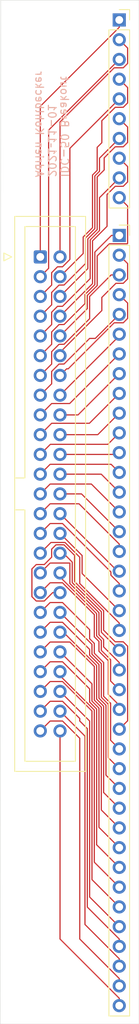
<source format=kicad_pcb>
(kicad_pcb (version 20171130) (host pcbnew "(5.1.10-1-10_14)")

  (general
    (thickness 1.6)
    (drawings 5)
    (tracks 312)
    (zones 0)
    (modules 3)
    (nets 51)
  )

  (page A4)
  (layers
    (0 F.Cu signal)
    (31 B.Cu signal)
    (32 B.Adhes user)
    (33 F.Adhes user)
    (34 B.Paste user)
    (35 F.Paste user)
    (36 B.SilkS user)
    (37 F.SilkS user)
    (38 B.Mask user)
    (39 F.Mask user)
    (40 Dwgs.User user)
    (41 Cmts.User user)
    (42 Eco1.User user)
    (43 Eco2.User user)
    (44 Edge.Cuts user)
    (45 Margin user)
    (46 B.CrtYd user)
    (47 F.CrtYd user)
    (48 B.Fab user)
    (49 F.Fab user hide)
  )

  (setup
    (last_trace_width 0.15)
    (user_trace_width 0.5)
    (trace_clearance 0.15)
    (zone_clearance 0.508)
    (zone_45_only no)
    (trace_min 0.15)
    (via_size 0.6)
    (via_drill 0.35)
    (via_min_size 0.4)
    (via_min_drill 0.2)
    (uvia_size 0.3)
    (uvia_drill 0.1)
    (uvias_allowed no)
    (uvia_min_size 0.2)
    (uvia_min_drill 0.1)
    (edge_width 0.05)
    (segment_width 0.2)
    (pcb_text_width 0.3)
    (pcb_text_size 1.5 1.5)
    (mod_edge_width 0.12)
    (mod_text_size 1 1)
    (mod_text_width 0.15)
    (pad_size 1.524 1.524)
    (pad_drill 0.762)
    (pad_to_mask_clearance 0)
    (aux_axis_origin 0 0)
    (visible_elements FFFFFF7F)
    (pcbplotparams
      (layerselection 0x010fc_ffffffff)
      (usegerberextensions true)
      (usegerberattributes false)
      (usegerberadvancedattributes false)
      (creategerberjobfile true)
      (excludeedgelayer true)
      (linewidth 0.100000)
      (plotframeref false)
      (viasonmask false)
      (mode 1)
      (useauxorigin false)
      (hpglpennumber 1)
      (hpglpenspeed 20)
      (hpglpendiameter 15.000000)
      (psnegative false)
      (psa4output false)
      (plotreference true)
      (plotvalue false)
      (plotinvisibletext false)
      (padsonsilk false)
      (subtractmaskfromsilk true)
      (outputformat 1)
      (mirror false)
      (drillshape 0)
      (scaleselection 1)
      (outputdirectory "gerbers"))
  )

  (net 0 "")
  (net 1 "Net-(J1-Pad40)")
  (net 2 "Net-(J1-Pad39)")
  (net 3 "Net-(J1-Pad38)")
  (net 4 "Net-(J1-Pad37)")
  (net 5 "Net-(J1-Pad36)")
  (net 6 "Net-(J1-Pad35)")
  (net 7 "Net-(J1-Pad34)")
  (net 8 "Net-(J1-Pad33)")
  (net 9 "Net-(J1-Pad32)")
  (net 10 "Net-(J1-Pad31)")
  (net 11 "Net-(J1-Pad30)")
  (net 12 "Net-(J1-Pad29)")
  (net 13 "Net-(J1-Pad28)")
  (net 14 "Net-(J1-Pad27)")
  (net 15 "Net-(J1-Pad26)")
  (net 16 "Net-(J1-Pad25)")
  (net 17 "Net-(J1-Pad24)")
  (net 18 "Net-(J1-Pad23)")
  (net 19 "Net-(J1-Pad22)")
  (net 20 "Net-(J1-Pad21)")
  (net 21 "Net-(J1-Pad20)")
  (net 22 "Net-(J1-Pad19)")
  (net 23 "Net-(J1-Pad18)")
  (net 24 "Net-(J1-Pad17)")
  (net 25 "Net-(J1-Pad16)")
  (net 26 "Net-(J1-Pad15)")
  (net 27 "Net-(J1-Pad14)")
  (net 28 "Net-(J1-Pad13)")
  (net 29 "Net-(J1-Pad12)")
  (net 30 "Net-(J1-Pad11)")
  (net 31 "Net-(J1-Pad10)")
  (net 32 "Net-(J1-Pad9)")
  (net 33 "Net-(J1-Pad8)")
  (net 34 "Net-(J1-Pad7)")
  (net 35 "Net-(J1-Pad6)")
  (net 36 "Net-(J1-Pad5)")
  (net 37 "Net-(J1-Pad4)")
  (net 38 "Net-(J1-Pad3)")
  (net 39 "Net-(J1-Pad2)")
  (net 40 "Net-(J1-Pad1)")
  (net 41 "Net-(J2-Pad10)")
  (net 42 "Net-(J2-Pad8)")
  (net 43 "Net-(J2-Pad6)")
  (net 44 "Net-(J2-Pad4)")
  (net 45 "Net-(J2-Pad2)")
  (net 46 "Net-(J2-Pad9)")
  (net 47 "Net-(J2-Pad7)")
  (net 48 "Net-(J2-Pad5)")
  (net 49 "Net-(J2-Pad3)")
  (net 50 "Net-(J2-Pad1)")

  (net_class Default "This is the default net class."
    (clearance 0.15)
    (trace_width 0.15)
    (via_dia 0.6)
    (via_drill 0.35)
    (uvia_dia 0.3)
    (uvia_drill 0.1)
    (add_net "Net-(J1-Pad1)")
    (add_net "Net-(J1-Pad10)")
    (add_net "Net-(J1-Pad11)")
    (add_net "Net-(J1-Pad12)")
    (add_net "Net-(J1-Pad13)")
    (add_net "Net-(J1-Pad14)")
    (add_net "Net-(J1-Pad15)")
    (add_net "Net-(J1-Pad16)")
    (add_net "Net-(J1-Pad17)")
    (add_net "Net-(J1-Pad18)")
    (add_net "Net-(J1-Pad19)")
    (add_net "Net-(J1-Pad2)")
    (add_net "Net-(J1-Pad20)")
    (add_net "Net-(J1-Pad21)")
    (add_net "Net-(J1-Pad22)")
    (add_net "Net-(J1-Pad23)")
    (add_net "Net-(J1-Pad24)")
    (add_net "Net-(J1-Pad25)")
    (add_net "Net-(J1-Pad26)")
    (add_net "Net-(J1-Pad27)")
    (add_net "Net-(J1-Pad28)")
    (add_net "Net-(J1-Pad29)")
    (add_net "Net-(J1-Pad3)")
    (add_net "Net-(J1-Pad30)")
    (add_net "Net-(J1-Pad31)")
    (add_net "Net-(J1-Pad32)")
    (add_net "Net-(J1-Pad33)")
    (add_net "Net-(J1-Pad34)")
    (add_net "Net-(J1-Pad35)")
    (add_net "Net-(J1-Pad36)")
    (add_net "Net-(J1-Pad37)")
    (add_net "Net-(J1-Pad38)")
    (add_net "Net-(J1-Pad39)")
    (add_net "Net-(J1-Pad4)")
    (add_net "Net-(J1-Pad40)")
    (add_net "Net-(J1-Pad5)")
    (add_net "Net-(J1-Pad6)")
    (add_net "Net-(J1-Pad7)")
    (add_net "Net-(J1-Pad8)")
    (add_net "Net-(J1-Pad9)")
    (add_net "Net-(J2-Pad1)")
    (add_net "Net-(J2-Pad10)")
    (add_net "Net-(J2-Pad2)")
    (add_net "Net-(J2-Pad3)")
    (add_net "Net-(J2-Pad4)")
    (add_net "Net-(J2-Pad5)")
    (add_net "Net-(J2-Pad6)")
    (add_net "Net-(J2-Pad7)")
    (add_net "Net-(J2-Pad8)")
    (add_net "Net-(J2-Pad9)")
  )

  (module Connector_PinSocket_2.54mm:PinSocket_1x10_P2.54mm_Vertical (layer F.Cu) (tedit 5A19A425) (tstamp 618008F4)
    (at 101.6 22.86)
    (descr "Through hole straight socket strip, 1x10, 2.54mm pitch, single row (from Kicad 4.0.7), script generated")
    (tags "Through hole socket strip THT 1x10 2.54mm single row")
    (path /61816203)
    (fp_text reference J3 (at 0 -2.77) (layer F.SilkS) hide
      (effects (font (size 1 1) (thickness 0.15)))
    )
    (fp_text value Conn_01x10 (at 0 25.63) (layer F.Fab)
      (effects (font (size 1 1) (thickness 0.15)))
    )
    (fp_line (start -1.8 24.6) (end -1.8 -1.8) (layer F.CrtYd) (width 0.05))
    (fp_line (start 1.75 24.6) (end -1.8 24.6) (layer F.CrtYd) (width 0.05))
    (fp_line (start 1.75 -1.8) (end 1.75 24.6) (layer F.CrtYd) (width 0.05))
    (fp_line (start -1.8 -1.8) (end 1.75 -1.8) (layer F.CrtYd) (width 0.05))
    (fp_line (start 0 -1.33) (end 1.33 -1.33) (layer F.SilkS) (width 0.12))
    (fp_line (start 1.33 -1.33) (end 1.33 0) (layer F.SilkS) (width 0.12))
    (fp_line (start 1.33 1.27) (end 1.33 24.19) (layer F.SilkS) (width 0.12))
    (fp_line (start -1.33 24.19) (end 1.33 24.19) (layer F.SilkS) (width 0.12))
    (fp_line (start -1.33 1.27) (end -1.33 24.19) (layer F.SilkS) (width 0.12))
    (fp_line (start -1.33 1.27) (end 1.33 1.27) (layer F.SilkS) (width 0.12))
    (fp_line (start -1.27 24.13) (end -1.27 -1.27) (layer F.Fab) (width 0.1))
    (fp_line (start 1.27 24.13) (end -1.27 24.13) (layer F.Fab) (width 0.1))
    (fp_line (start 1.27 -0.635) (end 1.27 24.13) (layer F.Fab) (width 0.1))
    (fp_line (start 0.635 -1.27) (end 1.27 -0.635) (layer F.Fab) (width 0.1))
    (fp_line (start -1.27 -1.27) (end 0.635 -1.27) (layer F.Fab) (width 0.1))
    (fp_text user %R (at 0 11.43 90) (layer F.Fab)
      (effects (font (size 1 1) (thickness 0.15)))
    )
    (pad 10 thru_hole oval (at 0 22.86) (size 1.7 1.7) (drill 1) (layers *.Cu *.Mask)
      (net 41 "Net-(J2-Pad10)"))
    (pad 9 thru_hole oval (at 0 20.32) (size 1.7 1.7) (drill 1) (layers *.Cu *.Mask)
      (net 46 "Net-(J2-Pad9)"))
    (pad 8 thru_hole oval (at 0 17.78) (size 1.7 1.7) (drill 1) (layers *.Cu *.Mask)
      (net 42 "Net-(J2-Pad8)"))
    (pad 7 thru_hole oval (at 0 15.24) (size 1.7 1.7) (drill 1) (layers *.Cu *.Mask)
      (net 47 "Net-(J2-Pad7)"))
    (pad 6 thru_hole oval (at 0 12.7) (size 1.7 1.7) (drill 1) (layers *.Cu *.Mask)
      (net 43 "Net-(J2-Pad6)"))
    (pad 5 thru_hole oval (at 0 10.16) (size 1.7 1.7) (drill 1) (layers *.Cu *.Mask)
      (net 48 "Net-(J2-Pad5)"))
    (pad 4 thru_hole oval (at 0 7.62) (size 1.7 1.7) (drill 1) (layers *.Cu *.Mask)
      (net 44 "Net-(J2-Pad4)"))
    (pad 3 thru_hole oval (at 0 5.08) (size 1.7 1.7) (drill 1) (layers *.Cu *.Mask)
      (net 49 "Net-(J2-Pad3)"))
    (pad 2 thru_hole oval (at 0 2.54) (size 1.7 1.7) (drill 1) (layers *.Cu *.Mask)
      (net 45 "Net-(J2-Pad2)"))
    (pad 1 thru_hole rect (at 0 0) (size 1.7 1.7) (drill 1) (layers *.Cu *.Mask)
      (net 50 "Net-(J2-Pad1)"))
    (model ${KISYS3DMOD}/Connector_PinSocket_2.54mm.3dshapes/PinSocket_1x10_P2.54mm_Vertical.wrl
      (at (xyz 0 0 0))
      (scale (xyz 1 1 1))
      (rotate (xyz 0 0 0))
    )
  )

  (module Connector_IDC:IDC-Header_2x25_P2.54mm_Vertical (layer F.Cu) (tedit 5EAC9A07) (tstamp 610E0D4D)
    (at 91.44 53.34)
    (descr "Through hole IDC box header, 2x25, 2.54mm pitch, DIN 41651 / IEC 60603-13, double rows, https://docs.google.com/spreadsheets/d/16SsEcesNF15N3Lb4niX7dcUr-NY5_MFPQhobNuNppn4/edit#gid=0")
    (tags "Through hole vertical IDC box header THT 2x25 2.54mm double row")
    (path /619C7316)
    (fp_text reference J2 (at 1.27 -6.1) (layer F.SilkS) hide
      (effects (font (size 1 1) (thickness 0.15)))
    )
    (fp_text value Conn_01x50 (at 1.27 67.06) (layer F.Fab)
      (effects (font (size 1 1) (thickness 0.15)))
    )
    (fp_line (start 6.22 -5.6) (end -3.68 -5.6) (layer F.CrtYd) (width 0.05))
    (fp_line (start 6.22 66.56) (end 6.22 -5.6) (layer F.CrtYd) (width 0.05))
    (fp_line (start -3.68 66.56) (end 6.22 66.56) (layer F.CrtYd) (width 0.05))
    (fp_line (start -3.68 -5.6) (end -3.68 66.56) (layer F.CrtYd) (width 0.05))
    (fp_line (start -4.68 0.5) (end -3.68 0) (layer F.SilkS) (width 0.12))
    (fp_line (start -4.68 -0.5) (end -4.68 0.5) (layer F.SilkS) (width 0.12))
    (fp_line (start -3.68 0) (end -4.68 -0.5) (layer F.SilkS) (width 0.12))
    (fp_line (start -1.98 32.53) (end -3.29 32.53) (layer F.SilkS) (width 0.12))
    (fp_line (start -1.98 32.53) (end -1.98 32.53) (layer F.SilkS) (width 0.12))
    (fp_line (start -1.98 64.87) (end -1.98 32.53) (layer F.SilkS) (width 0.12))
    (fp_line (start 4.52 64.87) (end -1.98 64.87) (layer F.SilkS) (width 0.12))
    (fp_line (start 4.52 -3.91) (end 4.52 64.87) (layer F.SilkS) (width 0.12))
    (fp_line (start -1.98 -3.91) (end 4.52 -3.91) (layer F.SilkS) (width 0.12))
    (fp_line (start -1.98 28.43) (end -1.98 -3.91) (layer F.SilkS) (width 0.12))
    (fp_line (start -3.29 28.43) (end -1.98 28.43) (layer F.SilkS) (width 0.12))
    (fp_line (start -3.29 66.17) (end -3.29 -5.21) (layer F.SilkS) (width 0.12))
    (fp_line (start 5.83 66.17) (end -3.29 66.17) (layer F.SilkS) (width 0.12))
    (fp_line (start 5.83 -5.21) (end 5.83 66.17) (layer F.SilkS) (width 0.12))
    (fp_line (start -3.29 -5.21) (end 5.83 -5.21) (layer F.SilkS) (width 0.12))
    (fp_line (start -1.98 32.53) (end -3.18 32.53) (layer F.Fab) (width 0.1))
    (fp_line (start -1.98 32.53) (end -1.98 32.53) (layer F.Fab) (width 0.1))
    (fp_line (start -1.98 64.87) (end -1.98 32.53) (layer F.Fab) (width 0.1))
    (fp_line (start 4.52 64.87) (end -1.98 64.87) (layer F.Fab) (width 0.1))
    (fp_line (start 4.52 -3.91) (end 4.52 64.87) (layer F.Fab) (width 0.1))
    (fp_line (start -1.98 -3.91) (end 4.52 -3.91) (layer F.Fab) (width 0.1))
    (fp_line (start -1.98 28.43) (end -1.98 -3.91) (layer F.Fab) (width 0.1))
    (fp_line (start -3.18 28.43) (end -1.98 28.43) (layer F.Fab) (width 0.1))
    (fp_line (start -3.18 66.06) (end -3.18 -4.1) (layer F.Fab) (width 0.1))
    (fp_line (start 5.72 66.06) (end -3.18 66.06) (layer F.Fab) (width 0.1))
    (fp_line (start 5.72 -5.1) (end 5.72 66.06) (layer F.Fab) (width 0.1))
    (fp_line (start -2.18 -5.1) (end 5.72 -5.1) (layer F.Fab) (width 0.1))
    (fp_line (start -3.18 -4.1) (end -2.18 -5.1) (layer F.Fab) (width 0.1))
    (fp_text user %R (at 1.27 30.48 90) (layer F.Fab)
      (effects (font (size 1 1) (thickness 0.15)))
    )
    (pad 50 thru_hole circle (at 2.54 60.96) (size 1.7 1.7) (drill 1) (layers *.Cu *.Mask)
      (net 1 "Net-(J1-Pad40)"))
    (pad 48 thru_hole circle (at 2.54 58.42) (size 1.7 1.7) (drill 1) (layers *.Cu *.Mask)
      (net 3 "Net-(J1-Pad38)"))
    (pad 46 thru_hole circle (at 2.54 55.88) (size 1.7 1.7) (drill 1) (layers *.Cu *.Mask)
      (net 5 "Net-(J1-Pad36)"))
    (pad 44 thru_hole circle (at 2.54 53.34) (size 1.7 1.7) (drill 1) (layers *.Cu *.Mask)
      (net 7 "Net-(J1-Pad34)"))
    (pad 42 thru_hole circle (at 2.54 50.8) (size 1.7 1.7) (drill 1) (layers *.Cu *.Mask)
      (net 9 "Net-(J1-Pad32)"))
    (pad 40 thru_hole circle (at 2.54 48.26) (size 1.7 1.7) (drill 1) (layers *.Cu *.Mask)
      (net 11 "Net-(J1-Pad30)"))
    (pad 38 thru_hole circle (at 2.54 45.72) (size 1.7 1.7) (drill 1) (layers *.Cu *.Mask)
      (net 13 "Net-(J1-Pad28)"))
    (pad 36 thru_hole circle (at 2.54 43.18) (size 1.7 1.7) (drill 1) (layers *.Cu *.Mask)
      (net 15 "Net-(J1-Pad26)"))
    (pad 34 thru_hole circle (at 2.54 40.64) (size 1.7 1.7) (drill 1) (layers *.Cu *.Mask)
      (net 17 "Net-(J1-Pad24)"))
    (pad 32 thru_hole circle (at 2.54 38.1) (size 1.7 1.7) (drill 1) (layers *.Cu *.Mask)
      (net 19 "Net-(J1-Pad22)"))
    (pad 30 thru_hole circle (at 2.54 35.56) (size 1.7 1.7) (drill 1) (layers *.Cu *.Mask)
      (net 21 "Net-(J1-Pad20)"))
    (pad 28 thru_hole circle (at 2.54 33.02) (size 1.7 1.7) (drill 1) (layers *.Cu *.Mask)
      (net 23 "Net-(J1-Pad18)"))
    (pad 26 thru_hole circle (at 2.54 30.48) (size 1.7 1.7) (drill 1) (layers *.Cu *.Mask)
      (net 25 "Net-(J1-Pad16)"))
    (pad 24 thru_hole circle (at 2.54 27.94) (size 1.7 1.7) (drill 1) (layers *.Cu *.Mask)
      (net 27 "Net-(J1-Pad14)"))
    (pad 22 thru_hole circle (at 2.54 25.4) (size 1.7 1.7) (drill 1) (layers *.Cu *.Mask)
      (net 29 "Net-(J1-Pad12)"))
    (pad 20 thru_hole circle (at 2.54 22.86) (size 1.7 1.7) (drill 1) (layers *.Cu *.Mask)
      (net 31 "Net-(J1-Pad10)"))
    (pad 18 thru_hole circle (at 2.54 20.32) (size 1.7 1.7) (drill 1) (layers *.Cu *.Mask)
      (net 33 "Net-(J1-Pad8)"))
    (pad 16 thru_hole circle (at 2.54 17.78) (size 1.7 1.7) (drill 1) (layers *.Cu *.Mask)
      (net 35 "Net-(J1-Pad6)"))
    (pad 14 thru_hole circle (at 2.54 15.24) (size 1.7 1.7) (drill 1) (layers *.Cu *.Mask)
      (net 37 "Net-(J1-Pad4)"))
    (pad 12 thru_hole circle (at 2.54 12.7) (size 1.7 1.7) (drill 1) (layers *.Cu *.Mask)
      (net 39 "Net-(J1-Pad2)"))
    (pad 10 thru_hole circle (at 2.54 10.16) (size 1.7 1.7) (drill 1) (layers *.Cu *.Mask)
      (net 41 "Net-(J2-Pad10)"))
    (pad 8 thru_hole circle (at 2.54 7.62) (size 1.7 1.7) (drill 1) (layers *.Cu *.Mask)
      (net 42 "Net-(J2-Pad8)"))
    (pad 6 thru_hole circle (at 2.54 5.08) (size 1.7 1.7) (drill 1) (layers *.Cu *.Mask)
      (net 43 "Net-(J2-Pad6)"))
    (pad 4 thru_hole circle (at 2.54 2.54) (size 1.7 1.7) (drill 1) (layers *.Cu *.Mask)
      (net 44 "Net-(J2-Pad4)"))
    (pad 2 thru_hole circle (at 2.54 0) (size 1.7 1.7) (drill 1) (layers *.Cu *.Mask)
      (net 45 "Net-(J2-Pad2)"))
    (pad 49 thru_hole circle (at 0 60.96) (size 1.7 1.7) (drill 1) (layers *.Cu *.Mask)
      (net 2 "Net-(J1-Pad39)"))
    (pad 47 thru_hole circle (at 0 58.42) (size 1.7 1.7) (drill 1) (layers *.Cu *.Mask)
      (net 4 "Net-(J1-Pad37)"))
    (pad 45 thru_hole circle (at 0 55.88) (size 1.7 1.7) (drill 1) (layers *.Cu *.Mask)
      (net 6 "Net-(J1-Pad35)"))
    (pad 43 thru_hole circle (at 0 53.34) (size 1.7 1.7) (drill 1) (layers *.Cu *.Mask)
      (net 8 "Net-(J1-Pad33)"))
    (pad 41 thru_hole circle (at 0 50.8) (size 1.7 1.7) (drill 1) (layers *.Cu *.Mask)
      (net 10 "Net-(J1-Pad31)"))
    (pad 39 thru_hole circle (at 0 48.26) (size 1.7 1.7) (drill 1) (layers *.Cu *.Mask)
      (net 12 "Net-(J1-Pad29)"))
    (pad 37 thru_hole circle (at 0 45.72) (size 1.7 1.7) (drill 1) (layers *.Cu *.Mask)
      (net 14 "Net-(J1-Pad27)"))
    (pad 35 thru_hole circle (at 0 43.18) (size 1.7 1.7) (drill 1) (layers *.Cu *.Mask)
      (net 16 "Net-(J1-Pad25)"))
    (pad 33 thru_hole circle (at 0 40.64) (size 1.7 1.7) (drill 1) (layers *.Cu *.Mask)
      (net 18 "Net-(J1-Pad23)"))
    (pad 31 thru_hole circle (at 0 38.1) (size 1.7 1.7) (drill 1) (layers *.Cu *.Mask)
      (net 20 "Net-(J1-Pad21)"))
    (pad 29 thru_hole circle (at 0 35.56) (size 1.7 1.7) (drill 1) (layers *.Cu *.Mask)
      (net 22 "Net-(J1-Pad19)"))
    (pad 27 thru_hole circle (at 0 33.02) (size 1.7 1.7) (drill 1) (layers *.Cu *.Mask)
      (net 24 "Net-(J1-Pad17)"))
    (pad 25 thru_hole circle (at 0 30.48) (size 1.7 1.7) (drill 1) (layers *.Cu *.Mask)
      (net 26 "Net-(J1-Pad15)"))
    (pad 23 thru_hole circle (at 0 27.94) (size 1.7 1.7) (drill 1) (layers *.Cu *.Mask)
      (net 28 "Net-(J1-Pad13)"))
    (pad 21 thru_hole circle (at 0 25.4) (size 1.7 1.7) (drill 1) (layers *.Cu *.Mask)
      (net 30 "Net-(J1-Pad11)"))
    (pad 19 thru_hole circle (at 0 22.86) (size 1.7 1.7) (drill 1) (layers *.Cu *.Mask)
      (net 32 "Net-(J1-Pad9)"))
    (pad 17 thru_hole circle (at 0 20.32) (size 1.7 1.7) (drill 1) (layers *.Cu *.Mask)
      (net 34 "Net-(J1-Pad7)"))
    (pad 15 thru_hole circle (at 0 17.78) (size 1.7 1.7) (drill 1) (layers *.Cu *.Mask)
      (net 36 "Net-(J1-Pad5)"))
    (pad 13 thru_hole circle (at 0 15.24) (size 1.7 1.7) (drill 1) (layers *.Cu *.Mask)
      (net 38 "Net-(J1-Pad3)"))
    (pad 11 thru_hole circle (at 0 12.7) (size 1.7 1.7) (drill 1) (layers *.Cu *.Mask)
      (net 40 "Net-(J1-Pad1)"))
    (pad 9 thru_hole circle (at 0 10.16) (size 1.7 1.7) (drill 1) (layers *.Cu *.Mask)
      (net 46 "Net-(J2-Pad9)"))
    (pad 7 thru_hole circle (at 0 7.62) (size 1.7 1.7) (drill 1) (layers *.Cu *.Mask)
      (net 47 "Net-(J2-Pad7)"))
    (pad 5 thru_hole circle (at 0 5.08) (size 1.7 1.7) (drill 1) (layers *.Cu *.Mask)
      (net 48 "Net-(J2-Pad5)"))
    (pad 3 thru_hole circle (at 0 2.54) (size 1.7 1.7) (drill 1) (layers *.Cu *.Mask)
      (net 49 "Net-(J2-Pad3)"))
    (pad 1 thru_hole roundrect (at 0 0) (size 1.7 1.7) (drill 1) (layers *.Cu *.Mask) (roundrect_rratio 0.1470588235294118)
      (net 50 "Net-(J2-Pad1)"))
    (model ${KISYS3DMOD}/Connector_IDC.3dshapes/IDC-Header_2x25_P2.54mm_Vertical.wrl
      (at (xyz 0 0 0))
      (scale (xyz 1 1 1))
      (rotate (xyz 0 0 0))
    )
  )

  (module Connector_PinSocket_2.54mm:PinSocket_1x40_P2.54mm_Vertical (layer F.Cu) (tedit 5A19A42B) (tstamp 610E0A11)
    (at 101.6 50.576)
    (descr "Through hole straight socket strip, 1x40, 2.54mm pitch, single row (from Kicad 4.0.7), script generated")
    (tags "Through hole socket strip THT 1x40 2.54mm single row")
    (path /619C84E0)
    (fp_text reference J1 (at 0 -2.77) (layer F.SilkS) hide
      (effects (font (size 1 1) (thickness 0.15)))
    )
    (fp_text value Conn_01x40 (at 0 101.83) (layer F.Fab)
      (effects (font (size 1 1) (thickness 0.15)))
    )
    (fp_line (start -1.27 -1.27) (end 0.635 -1.27) (layer F.Fab) (width 0.1))
    (fp_line (start 0.635 -1.27) (end 1.27 -0.635) (layer F.Fab) (width 0.1))
    (fp_line (start 1.27 -0.635) (end 1.27 100.33) (layer F.Fab) (width 0.1))
    (fp_line (start 1.27 100.33) (end -1.27 100.33) (layer F.Fab) (width 0.1))
    (fp_line (start -1.27 100.33) (end -1.27 -1.27) (layer F.Fab) (width 0.1))
    (fp_line (start -1.33 1.27) (end 1.33 1.27) (layer F.SilkS) (width 0.12))
    (fp_line (start -1.33 1.27) (end -1.33 100.39) (layer F.SilkS) (width 0.12))
    (fp_line (start -1.33 100.39) (end 1.33 100.39) (layer F.SilkS) (width 0.12))
    (fp_line (start 1.33 1.27) (end 1.33 100.39) (layer F.SilkS) (width 0.12))
    (fp_line (start 1.33 -1.33) (end 1.33 0) (layer F.SilkS) (width 0.12))
    (fp_line (start 0 -1.33) (end 1.33 -1.33) (layer F.SilkS) (width 0.12))
    (fp_line (start -1.8 -1.8) (end 1.75 -1.8) (layer F.CrtYd) (width 0.05))
    (fp_line (start 1.75 -1.8) (end 1.75 100.8) (layer F.CrtYd) (width 0.05))
    (fp_line (start 1.75 100.8) (end -1.8 100.8) (layer F.CrtYd) (width 0.05))
    (fp_line (start -1.8 100.8) (end -1.8 -1.8) (layer F.CrtYd) (width 0.05))
    (fp_text user %R (at 0 49.53 90) (layer F.Fab)
      (effects (font (size 1 1) (thickness 0.15)))
    )
    (pad 40 thru_hole oval (at 0 99.06) (size 1.7 1.7) (drill 1) (layers *.Cu *.Mask)
      (net 1 "Net-(J1-Pad40)"))
    (pad 39 thru_hole oval (at 0 96.52) (size 1.7 1.7) (drill 1) (layers *.Cu *.Mask)
      (net 2 "Net-(J1-Pad39)"))
    (pad 38 thru_hole oval (at 0 93.98) (size 1.7 1.7) (drill 1) (layers *.Cu *.Mask)
      (net 3 "Net-(J1-Pad38)"))
    (pad 37 thru_hole oval (at 0 91.44) (size 1.7 1.7) (drill 1) (layers *.Cu *.Mask)
      (net 4 "Net-(J1-Pad37)"))
    (pad 36 thru_hole oval (at 0 88.9) (size 1.7 1.7) (drill 1) (layers *.Cu *.Mask)
      (net 5 "Net-(J1-Pad36)"))
    (pad 35 thru_hole oval (at 0 86.36) (size 1.7 1.7) (drill 1) (layers *.Cu *.Mask)
      (net 6 "Net-(J1-Pad35)"))
    (pad 34 thru_hole oval (at 0 83.82) (size 1.7 1.7) (drill 1) (layers *.Cu *.Mask)
      (net 7 "Net-(J1-Pad34)"))
    (pad 33 thru_hole oval (at 0 81.28) (size 1.7 1.7) (drill 1) (layers *.Cu *.Mask)
      (net 8 "Net-(J1-Pad33)"))
    (pad 32 thru_hole oval (at 0 78.74) (size 1.7 1.7) (drill 1) (layers *.Cu *.Mask)
      (net 9 "Net-(J1-Pad32)"))
    (pad 31 thru_hole oval (at 0 76.2) (size 1.7 1.7) (drill 1) (layers *.Cu *.Mask)
      (net 10 "Net-(J1-Pad31)"))
    (pad 30 thru_hole oval (at 0 73.66) (size 1.7 1.7) (drill 1) (layers *.Cu *.Mask)
      (net 11 "Net-(J1-Pad30)"))
    (pad 29 thru_hole oval (at 0 71.12) (size 1.7 1.7) (drill 1) (layers *.Cu *.Mask)
      (net 12 "Net-(J1-Pad29)"))
    (pad 28 thru_hole oval (at 0 68.58) (size 1.7 1.7) (drill 1) (layers *.Cu *.Mask)
      (net 13 "Net-(J1-Pad28)"))
    (pad 27 thru_hole oval (at 0 66.04) (size 1.7 1.7) (drill 1) (layers *.Cu *.Mask)
      (net 14 "Net-(J1-Pad27)"))
    (pad 26 thru_hole oval (at 0 63.5) (size 1.7 1.7) (drill 1) (layers *.Cu *.Mask)
      (net 15 "Net-(J1-Pad26)"))
    (pad 25 thru_hole oval (at 0 60.96) (size 1.7 1.7) (drill 1) (layers *.Cu *.Mask)
      (net 16 "Net-(J1-Pad25)"))
    (pad 24 thru_hole oval (at 0 58.42) (size 1.7 1.7) (drill 1) (layers *.Cu *.Mask)
      (net 17 "Net-(J1-Pad24)"))
    (pad 23 thru_hole oval (at 0 55.88) (size 1.7 1.7) (drill 1) (layers *.Cu *.Mask)
      (net 18 "Net-(J1-Pad23)"))
    (pad 22 thru_hole oval (at 0 53.34) (size 1.7 1.7) (drill 1) (layers *.Cu *.Mask)
      (net 19 "Net-(J1-Pad22)"))
    (pad 21 thru_hole oval (at 0 50.8) (size 1.7 1.7) (drill 1) (layers *.Cu *.Mask)
      (net 20 "Net-(J1-Pad21)"))
    (pad 20 thru_hole oval (at 0 48.26) (size 1.7 1.7) (drill 1) (layers *.Cu *.Mask)
      (net 21 "Net-(J1-Pad20)"))
    (pad 19 thru_hole oval (at 0 45.72) (size 1.7 1.7) (drill 1) (layers *.Cu *.Mask)
      (net 22 "Net-(J1-Pad19)"))
    (pad 18 thru_hole oval (at 0 43.18) (size 1.7 1.7) (drill 1) (layers *.Cu *.Mask)
      (net 23 "Net-(J1-Pad18)"))
    (pad 17 thru_hole oval (at 0 40.64) (size 1.7 1.7) (drill 1) (layers *.Cu *.Mask)
      (net 24 "Net-(J1-Pad17)"))
    (pad 16 thru_hole oval (at 0 38.1) (size 1.7 1.7) (drill 1) (layers *.Cu *.Mask)
      (net 25 "Net-(J1-Pad16)"))
    (pad 15 thru_hole oval (at 0 35.56) (size 1.7 1.7) (drill 1) (layers *.Cu *.Mask)
      (net 26 "Net-(J1-Pad15)"))
    (pad 14 thru_hole oval (at 0 33.02) (size 1.7 1.7) (drill 1) (layers *.Cu *.Mask)
      (net 27 "Net-(J1-Pad14)"))
    (pad 13 thru_hole oval (at 0 30.48) (size 1.7 1.7) (drill 1) (layers *.Cu *.Mask)
      (net 28 "Net-(J1-Pad13)"))
    (pad 12 thru_hole oval (at 0 27.94) (size 1.7 1.7) (drill 1) (layers *.Cu *.Mask)
      (net 29 "Net-(J1-Pad12)"))
    (pad 11 thru_hole oval (at 0 25.4) (size 1.7 1.7) (drill 1) (layers *.Cu *.Mask)
      (net 30 "Net-(J1-Pad11)"))
    (pad 10 thru_hole oval (at 0 22.86) (size 1.7 1.7) (drill 1) (layers *.Cu *.Mask)
      (net 31 "Net-(J1-Pad10)"))
    (pad 9 thru_hole oval (at 0 20.32) (size 1.7 1.7) (drill 1) (layers *.Cu *.Mask)
      (net 32 "Net-(J1-Pad9)"))
    (pad 8 thru_hole oval (at 0 17.78) (size 1.7 1.7) (drill 1) (layers *.Cu *.Mask)
      (net 33 "Net-(J1-Pad8)"))
    (pad 7 thru_hole oval (at 0 15.24) (size 1.7 1.7) (drill 1) (layers *.Cu *.Mask)
      (net 34 "Net-(J1-Pad7)"))
    (pad 6 thru_hole oval (at 0 12.7) (size 1.7 1.7) (drill 1) (layers *.Cu *.Mask)
      (net 35 "Net-(J1-Pad6)"))
    (pad 5 thru_hole oval (at 0 10.16) (size 1.7 1.7) (drill 1) (layers *.Cu *.Mask)
      (net 36 "Net-(J1-Pad5)"))
    (pad 4 thru_hole oval (at 0 7.62) (size 1.7 1.7) (drill 1) (layers *.Cu *.Mask)
      (net 37 "Net-(J1-Pad4)"))
    (pad 3 thru_hole oval (at 0 5.08) (size 1.7 1.7) (drill 1) (layers *.Cu *.Mask)
      (net 38 "Net-(J1-Pad3)"))
    (pad 2 thru_hole oval (at 0 2.54) (size 1.7 1.7) (drill 1) (layers *.Cu *.Mask)
      (net 39 "Net-(J1-Pad2)"))
    (pad 1 thru_hole rect (at 0 0) (size 1.7 1.7) (drill 1) (layers *.Cu *.Mask)
      (net 40 "Net-(J1-Pad1)"))
    (model ${KISYS3DMOD}/Connector_PinSocket_2.54mm.3dshapes/PinSocket_1x40_P2.54mm_Vertical.wrl
      (at (xyz 0 0 0))
      (scale (xyz 1 1 1))
      (rotate (xyz 0 0 0))
    )
  )

  (gr_text "IDC-50 Breakout\n2021–11-01\nAdrien Kohlbecker" (at 92.9386 43.18 -90) (layer B.SilkS)
    (effects (font (size 1 1) (thickness 0.15)) (justify left mirror))
  )
  (gr_line (start 104.14 151.9936) (end 104.14 20.32) (layer Edge.Cuts) (width 0.05))
  (gr_line (start 86.2838 151.9936) (end 104.14 151.9936) (layer Edge.Cuts) (width 0.05))
  (gr_line (start 86.36 20.32) (end 86.2838 151.9936) (layer Edge.Cuts) (width 0.05))
  (gr_line (start 104.14 20.32) (end 86.36 20.32) (layer Edge.Cuts) (width 0.05))

  (segment (start 101.6 148.687002) (end 101.6 149.636) (width 0.15) (layer F.Cu) (net 1))
  (segment (start 93.98 141.067002) (end 101.6 148.687002) (width 0.15) (layer F.Cu) (net 1))
  (segment (start 93.98 114.3) (end 93.98 141.067002) (width 0.15) (layer F.Cu) (net 1))
  (segment (start 91.44 114.3) (end 92.71 113.03) (width 0.15) (layer F.Cu) (net 2))
  (segment (start 94.301002 113.03) (end 96.52 115.248998) (width 0.15) (layer F.Cu) (net 2))
  (segment (start 92.71 113.03) (end 94.301002 113.03) (width 0.15) (layer F.Cu) (net 2))
  (segment (start 101.6 146.147002) (end 101.6 147.096) (width 0.15) (layer F.Cu) (net 2))
  (segment (start 96.52 141.067002) (end 101.6 146.147002) (width 0.15) (layer F.Cu) (net 2))
  (segment (start 96.52 115.248998) (end 96.52 141.067002) (width 0.15) (layer F.Cu) (net 2))
  (segment (start 97.18998 139.196982) (end 101.6 143.607002) (width 0.15) (layer F.Cu) (net 3))
  (segment (start 97.18998 114.96998) (end 97.18998 139.196982) (width 0.15) (layer F.Cu) (net 3))
  (segment (start 101.6 143.607002) (end 101.6 144.556) (width 0.15) (layer F.Cu) (net 3))
  (segment (start 93.98 111.76) (end 97.18998 114.96998) (width 0.15) (layer F.Cu) (net 3))
  (segment (start 91.44 111.76) (end 92.71 110.49) (width 0.15) (layer F.Cu) (net 4))
  (segment (start 94.301002 110.49) (end 96.52 112.708998) (width 0.15) (layer F.Cu) (net 4))
  (segment (start 92.71 110.49) (end 94.301002 110.49) (width 0.15) (layer F.Cu) (net 4))
  (segment (start 96.52 113.03) (end 97.48999 113.99999) (width 0.15) (layer F.Cu) (net 4))
  (segment (start 96.52 112.708998) (end 96.52 113.03) (width 0.15) (layer F.Cu) (net 4))
  (segment (start 101.6 141.067002) (end 101.6 142.016) (width 0.15) (layer F.Cu) (net 4))
  (segment (start 97.48999 136.956992) (end 101.6 141.067002) (width 0.15) (layer F.Cu) (net 4))
  (segment (start 97.48999 113.99999) (end 97.48999 136.956992) (width 0.15) (layer F.Cu) (net 4))
  (segment (start 97.79 135.666) (end 101.6 139.476) (width 0.15) (layer F.Cu) (net 5))
  (segment (start 97.79 113.03) (end 97.79 135.666) (width 0.15) (layer F.Cu) (net 5))
  (segment (start 93.98 109.22) (end 97.79 113.03) (width 0.15) (layer F.Cu) (net 5))
  (segment (start 92.71 107.95) (end 94.301002 107.95) (width 0.15) (layer F.Cu) (net 6))
  (segment (start 98.090011 111.739009) (end 98.090011 133.426011) (width 0.15) (layer F.Cu) (net 6))
  (segment (start 98.090011 133.426011) (end 101.6 136.936) (width 0.15) (layer F.Cu) (net 6))
  (segment (start 91.44 109.22) (end 92.71 107.95) (width 0.15) (layer F.Cu) (net 6))
  (segment (start 94.301002 107.95) (end 98.090011 111.739009) (width 0.15) (layer F.Cu) (net 6))
  (segment (start 98.390022 131.186022) (end 101.6 134.396) (width 0.15) (layer F.Cu) (net 7))
  (segment (start 93.98 107.20472) (end 98.390022 111.614742) (width 0.15) (layer F.Cu) (net 7))
  (segment (start 98.390022 111.614742) (end 98.390022 131.186022) (width 0.15) (layer F.Cu) (net 7))
  (segment (start 93.98 106.68) (end 93.98 107.20472) (width 0.15) (layer F.Cu) (net 7))
  (segment (start 97.79 108.898998) (end 97.79 110.59044) (width 0.15) (layer F.Cu) (net 8))
  (segment (start 92.71 105.41) (end 94.301002 105.41) (width 0.15) (layer F.Cu) (net 8))
  (segment (start 97.79 110.59044) (end 98.690033 111.490473) (width 0.15) (layer F.Cu) (net 8))
  (segment (start 91.44 106.68) (end 92.71 105.41) (width 0.15) (layer F.Cu) (net 8))
  (segment (start 98.690033 111.490473) (end 98.690033 128.946033) (width 0.15) (layer F.Cu) (net 8))
  (segment (start 98.690033 128.946033) (end 101.6 131.856) (width 0.15) (layer F.Cu) (net 8))
  (segment (start 94.301002 105.41) (end 97.79 108.898998) (width 0.15) (layer F.Cu) (net 8))
  (segment (start 98.090011 108.250011) (end 98.090011 110.466172) (width 0.15) (layer F.Cu) (net 9))
  (segment (start 98.990044 111.366205) (end 98.990044 126.706044) (width 0.15) (layer F.Cu) (net 9))
  (segment (start 98.090011 110.466172) (end 98.990044 111.366205) (width 0.15) (layer F.Cu) (net 9))
  (segment (start 93.98 104.14) (end 98.090011 108.250011) (width 0.15) (layer F.Cu) (net 9))
  (segment (start 98.990044 126.706044) (end 101.6 129.316) (width 0.15) (layer F.Cu) (net 9))
  (segment (start 98.390022 106.010022) (end 98.390022 110.341904) (width 0.15) (layer F.Cu) (net 10))
  (segment (start 92.71 102.87) (end 95.25 102.87) (width 0.15) (layer F.Cu) (net 10))
  (segment (start 91.44 104.14) (end 92.71 102.87) (width 0.15) (layer F.Cu) (net 10))
  (segment (start 95.25 102.87) (end 98.390022 106.010022) (width 0.15) (layer F.Cu) (net 10))
  (segment (start 98.390022 110.341904) (end 99.290055 111.241937) (width 0.15) (layer F.Cu) (net 10))
  (segment (start 99.290055 111.241937) (end 99.290055 124.466055) (width 0.15) (layer F.Cu) (net 10))
  (segment (start 99.290055 124.466055) (end 101.6 126.776) (width 0.15) (layer F.Cu) (net 10))
  (segment (start 94.404279 101.6) (end 98.690033 105.885754) (width 0.15) (layer F.Cu) (net 11))
  (segment (start 99.590066 111.117669) (end 99.590066 122.226066) (width 0.15) (layer F.Cu) (net 11))
  (segment (start 99.590066 122.226066) (end 101.6 124.236) (width 0.15) (layer F.Cu) (net 11))
  (segment (start 98.690033 105.885754) (end 98.690033 110.217636) (width 0.15) (layer F.Cu) (net 11))
  (segment (start 93.98 101.6) (end 94.404279 101.6) (width 0.15) (layer F.Cu) (net 11))
  (segment (start 98.690033 110.217636) (end 99.590066 111.117669) (width 0.15) (layer F.Cu) (net 11))
  (segment (start 97.79 103.818998) (end 97.79 104.561443) (width 0.15) (layer F.Cu) (net 12))
  (segment (start 97.79 104.561443) (end 98.990044 105.761486) (width 0.15) (layer F.Cu) (net 12))
  (segment (start 98.990044 105.761486) (end 98.990044 110.093368) (width 0.15) (layer F.Cu) (net 12))
  (segment (start 99.890077 110.993401) (end 99.890077 119.986077) (width 0.15) (layer F.Cu) (net 12))
  (segment (start 99.890077 119.986077) (end 101.6 121.696) (width 0.15) (layer F.Cu) (net 12))
  (segment (start 92.71 100.33) (end 94.301002 100.33) (width 0.15) (layer F.Cu) (net 12))
  (segment (start 94.301002 100.33) (end 97.79 103.818998) (width 0.15) (layer F.Cu) (net 12))
  (segment (start 91.44 101.6) (end 92.71 100.33) (width 0.15) (layer F.Cu) (net 12))
  (segment (start 98.990044 110.093368) (end 99.890077 110.993401) (width 0.15) (layer F.Cu) (net 12))
  (segment (start 93.98 99.06) (end 98.090011 103.170011) (width 0.15) (layer F.Cu) (net 13))
  (segment (start 98.090011 103.170011) (end 98.090011 104.437175) (width 0.15) (layer F.Cu) (net 13))
  (segment (start 98.090011 104.437175) (end 99.290055 105.637218) (width 0.15) (layer F.Cu) (net 13))
  (segment (start 99.290055 109.9691) (end 100.190088 110.869133) (width 0.15) (layer F.Cu) (net 13))
  (segment (start 100.190088 117.746088) (end 101.6 119.156) (width 0.15) (layer F.Cu) (net 13))
  (segment (start 100.190088 110.869133) (end 100.190088 117.746088) (width 0.15) (layer F.Cu) (net 13))
  (segment (start 99.290055 105.637218) (end 99.290055 109.9691) (width 0.15) (layer F.Cu) (net 13))
  (segment (start 94.301002 97.79) (end 97.79 101.278998) (width 0.15) (layer F.Cu) (net 14))
  (segment (start 99.590066 105.51295) (end 99.590066 109.844832) (width 0.15) (layer F.Cu) (net 14))
  (segment (start 97.79 101.278998) (end 97.79 102.445722) (width 0.15) (layer F.Cu) (net 14))
  (segment (start 92.71 97.79) (end 94.301002 97.79) (width 0.15) (layer F.Cu) (net 14))
  (segment (start 91.44 99.06) (end 92.71 97.79) (width 0.15) (layer F.Cu) (net 14))
  (segment (start 97.79 102.445722) (end 98.390022 103.045743) (width 0.15) (layer F.Cu) (net 14))
  (segment (start 98.390022 103.045743) (end 98.390022 104.312907) (width 0.15) (layer F.Cu) (net 14))
  (segment (start 98.390022 104.312907) (end 99.590066 105.51295) (width 0.15) (layer F.Cu) (net 14))
  (segment (start 100.490099 115.506099) (end 101.6 116.616) (width 0.15) (layer F.Cu) (net 14))
  (segment (start 99.590066 109.844832) (end 100.490099 110.744865) (width 0.15) (layer F.Cu) (net 14))
  (segment (start 100.490099 110.744865) (end 100.490099 115.506099) (width 0.15) (layer F.Cu) (net 14))
  (segment (start 99.590065 101.347065) (end 101.083999 102.840999) (width 0.15) (layer F.Cu) (net 15))
  (segment (start 92.904999 91.956001) (end 92.904999 90.923999) (width 0.15) (layer F.Cu) (net 15))
  (segment (start 101.083999 102.840999) (end 102.116001 102.840999) (width 0.15) (layer F.Cu) (net 15))
  (segment (start 90.364999 97.036001) (end 90.364999 93.463999) (width 0.15) (layer F.Cu) (net 15))
  (segment (start 91.956001 97.595001) (end 90.923999 97.595001) (width 0.15) (layer F.Cu) (net 15))
  (segment (start 93.463999 90.364999) (end 94.496001 90.364999) (width 0.15) (layer F.Cu) (net 15))
  (segment (start 91.956001 92.904999) (end 92.904999 91.956001) (width 0.15) (layer F.Cu) (net 15))
  (segment (start 102.675001 103.399999) (end 102.675001 113.000999) (width 0.15) (layer F.Cu) (net 15))
  (segment (start 93.031002 96.52) (end 91.956001 97.595001) (width 0.15) (layer F.Cu) (net 15))
  (segment (start 90.923999 97.595001) (end 90.364999 97.036001) (width 0.15) (layer F.Cu) (net 15))
  (segment (start 90.364999 93.463999) (end 90.923999 92.904999) (width 0.15) (layer F.Cu) (net 15))
  (segment (start 94.496001 90.364999) (end 95.850021 91.719019) (width 0.15) (layer F.Cu) (net 15))
  (segment (start 92.904999 90.923999) (end 93.463999 90.364999) (width 0.15) (layer F.Cu) (net 15))
  (segment (start 95.850021 91.719019) (end 95.850021 95.101905) (width 0.15) (layer F.Cu) (net 15))
  (segment (start 90.923999 92.904999) (end 91.956001 92.904999) (width 0.15) (layer F.Cu) (net 15))
  (segment (start 102.116001 102.840999) (end 102.675001 103.399999) (width 0.15) (layer F.Cu) (net 15))
  (segment (start 95.850021 95.101905) (end 99.590065 98.841949) (width 0.15) (layer F.Cu) (net 15))
  (segment (start 93.98 96.52) (end 93.031002 96.52) (width 0.15) (layer F.Cu) (net 15))
  (segment (start 102.675001 113.000999) (end 101.6 114.076) (width 0.15) (layer F.Cu) (net 15))
  (segment (start 99.590065 98.841949) (end 99.590065 101.347065) (width 0.15) (layer F.Cu) (net 15))
  (segment (start 91.44 96.52) (end 92.71 95.25) (width 0.15) (layer F.Cu) (net 16))
  (segment (start 92.71 95.25) (end 94.301002 95.25) (width 0.15) (layer F.Cu) (net 16))
  (segment (start 98.390022 102.197186) (end 98.990044 102.797207) (width 0.15) (layer F.Cu) (net 16))
  (segment (start 101.6 111.006208) (end 101.6 111.536) (width 0.15) (layer F.Cu) (net 16))
  (segment (start 100.190088 105.264414) (end 100.190088 109.596296) (width 0.15) (layer F.Cu) (net 16))
  (segment (start 98.990044 102.797207) (end 98.990044 104.064371) (width 0.15) (layer F.Cu) (net 16))
  (segment (start 100.190088 109.596296) (end 101.6 111.006208) (width 0.15) (layer F.Cu) (net 16))
  (segment (start 98.990044 104.064371) (end 100.190088 105.264414) (width 0.15) (layer F.Cu) (net 16))
  (segment (start 98.390022 99.33902) (end 98.390022 102.197186) (width 0.15) (layer F.Cu) (net 16))
  (segment (start 94.301002 95.25) (end 98.390022 99.33902) (width 0.15) (layer F.Cu) (net 16))
  (segment (start 100.490099 107.886099) (end 101.6 108.996) (width 0.15) (layer F.Cu) (net 17))
  (segment (start 100.490099 105.140147) (end 100.490099 107.886099) (width 0.15) (layer F.Cu) (net 17))
  (segment (start 98.690033 99.214752) (end 98.690033 102.072917) (width 0.15) (layer F.Cu) (net 17))
  (segment (start 93.98 94.504719) (end 98.690033 99.214752) (width 0.15) (layer F.Cu) (net 17))
  (segment (start 98.690033 102.072917) (end 99.290055 102.672939) (width 0.15) (layer F.Cu) (net 17))
  (segment (start 99.290055 102.672939) (end 99.290055 103.940103) (width 0.15) (layer F.Cu) (net 17))
  (segment (start 93.98 93.98) (end 93.98 94.504719) (width 0.15) (layer F.Cu) (net 17))
  (segment (start 99.290055 103.940103) (end 100.490099 105.140147) (width 0.15) (layer F.Cu) (net 17))
  (segment (start 98.990044 101.94865) (end 99.590066 102.548672) (width 0.15) (layer F.Cu) (net 18))
  (segment (start 98.990044 99.090484) (end 98.990044 101.94865) (width 0.15) (layer F.Cu) (net 18))
  (segment (start 92.71 92.71) (end 95.25 92.71) (width 0.15) (layer F.Cu) (net 18))
  (segment (start 99.590066 103.497068) (end 101.6 105.507002) (width 0.15) (layer F.Cu) (net 18))
  (segment (start 95.25 92.71) (end 95.25 95.350441) (width 0.15) (layer F.Cu) (net 18))
  (segment (start 91.44 93.98) (end 92.71 92.71) (width 0.15) (layer F.Cu) (net 18))
  (segment (start 95.25 95.350441) (end 98.990044 99.090484) (width 0.15) (layer F.Cu) (net 18))
  (segment (start 99.590066 102.548672) (end 99.590066 103.497068) (width 0.15) (layer F.Cu) (net 18))
  (segment (start 101.6 105.507002) (end 101.6 106.456) (width 0.15) (layer F.Cu) (net 18))
  (segment (start 99.290055 101.606055) (end 101.6 103.916) (width 0.15) (layer F.Cu) (net 19))
  (segment (start 93.98 91.44) (end 94.404279 91.44) (width 0.15) (layer F.Cu) (net 19))
  (segment (start 99.290055 98.966217) (end 99.290055 101.606055) (width 0.15) (layer F.Cu) (net 19))
  (segment (start 94.404279 91.44) (end 95.550011 92.585732) (width 0.15) (layer F.Cu) (net 19))
  (segment (start 95.550011 92.585732) (end 95.550011 95.226173) (width 0.15) (layer F.Cu) (net 19))
  (segment (start 95.550011 95.226173) (end 99.290055 98.966217) (width 0.15) (layer F.Cu) (net 19))
  (segment (start 94.620269 90.064988) (end 96.52 91.964719) (width 0.15) (layer F.Cu) (net 20))
  (segment (start 96.52 95.347002) (end 101.6 100.427002) (width 0.15) (layer F.Cu) (net 20))
  (segment (start 101.6 100.427002) (end 101.6 101.376) (width 0.15) (layer F.Cu) (net 20))
  (segment (start 92.815012 90.064988) (end 94.620269 90.064988) (width 0.15) (layer F.Cu) (net 20))
  (segment (start 96.52 91.964719) (end 96.52 95.347002) (width 0.15) (layer F.Cu) (net 20))
  (segment (start 91.44 91.44) (end 92.815012 90.064988) (width 0.15) (layer F.Cu) (net 20))
  (segment (start 93.98 88.9) (end 96.820011 91.740011) (width 0.15) (layer F.Cu) (net 21))
  (segment (start 96.820011 94.056011) (end 100.750001 97.986001) (width 0.15) (layer F.Cu) (net 21))
  (segment (start 96.820011 91.740011) (end 96.820011 94.056011) (width 0.15) (layer F.Cu) (net 21))
  (segment (start 100.750001 97.986001) (end 101.6 98.836) (width 0.15) (layer F.Cu) (net 21))
  (segment (start 91.44 88.9) (end 92.71 87.63) (width 0.15) (layer F.Cu) (net 22))
  (segment (start 100.524999 94.272001) (end 101.6 95.347002) (width 0.15) (layer F.Cu) (net 22))
  (segment (start 101.6 95.347002) (end 101.6 96.296) (width 0.15) (layer F.Cu) (net 22))
  (segment (start 100.524999 93.853997) (end 100.524999 94.272001) (width 0.15) (layer F.Cu) (net 22))
  (segment (start 94.301002 87.63) (end 100.524999 93.853997) (width 0.15) (layer F.Cu) (net 22))
  (segment (start 92.71 87.63) (end 94.301002 87.63) (width 0.15) (layer F.Cu) (net 22))
  (segment (start 101.376 93.756) (end 101.6 93.756) (width 0.15) (layer F.Cu) (net 23))
  (segment (start 93.98 86.36) (end 101.376 93.756) (width 0.15) (layer F.Cu) (net 23))
  (segment (start 91.44 86.36) (end 92.71 85.09) (width 0.15) (layer F.Cu) (net 24))
  (segment (start 101.6 90.267002) (end 101.6 91.216) (width 0.15) (layer F.Cu) (net 24))
  (segment (start 96.422998 85.09) (end 101.6 90.267002) (width 0.15) (layer F.Cu) (net 24))
  (segment (start 92.71 85.09) (end 96.422998 85.09) (width 0.15) (layer F.Cu) (net 24))
  (segment (start 96.744 83.82) (end 101.6 88.676) (width 0.15) (layer F.Cu) (net 25))
  (segment (start 93.98 83.82) (end 96.744 83.82) (width 0.15) (layer F.Cu) (net 25))
  (segment (start 98.014 82.55) (end 101.6 86.136) (width 0.15) (layer F.Cu) (net 26))
  (segment (start 92.71 82.55) (end 98.014 82.55) (width 0.15) (layer F.Cu) (net 26))
  (segment (start 91.44 83.82) (end 92.71 82.55) (width 0.15) (layer F.Cu) (net 26))
  (segment (start 99.284 81.28) (end 101.6 83.596) (width 0.15) (layer F.Cu) (net 27))
  (segment (start 93.98 81.28) (end 99.284 81.28) (width 0.15) (layer F.Cu) (net 27))
  (segment (start 91.44 81.28) (end 92.71 80.01) (width 0.15) (layer F.Cu) (net 28))
  (segment (start 100.554 80.01) (end 101.6 81.056) (width 0.15) (layer F.Cu) (net 28))
  (segment (start 92.71 80.01) (end 100.554 80.01) (width 0.15) (layer F.Cu) (net 28))
  (segment (start 101.376 78.74) (end 101.6 78.516) (width 0.15) (layer F.Cu) (net 29))
  (segment (start 93.98 78.74) (end 101.376 78.74) (width 0.15) (layer F.Cu) (net 29))
  (segment (start 100.135001 77.440999) (end 101.6 75.976) (width 0.15) (layer F.Cu) (net 30))
  (segment (start 92.739001 77.440999) (end 100.135001 77.440999) (width 0.15) (layer F.Cu) (net 30))
  (segment (start 91.44 78.74) (end 92.739001 77.440999) (width 0.15) (layer F.Cu) (net 30))
  (segment (start 98.836 76.2) (end 101.6 73.436) (width 0.15) (layer F.Cu) (net 31))
  (segment (start 93.98 76.2) (end 98.836 76.2) (width 0.15) (layer F.Cu) (net 31))
  (segment (start 97.760999 74.735001) (end 101.6 70.896) (width 0.15) (layer F.Cu) (net 32))
  (segment (start 92.904999 74.735001) (end 97.760999 74.735001) (width 0.15) (layer F.Cu) (net 32))
  (segment (start 91.44 76.2) (end 92.904999 74.735001) (width 0.15) (layer F.Cu) (net 32))
  (segment (start 96.296 73.66) (end 101.6 68.356) (width 0.15) (layer F.Cu) (net 33))
  (segment (start 93.98 73.66) (end 96.296 73.66) (width 0.15) (layer F.Cu) (net 33))
  (segment (start 95.220999 72.195001) (end 101.6 65.816) (width 0.15) (layer F.Cu) (net 34))
  (segment (start 92.904999 72.195001) (end 95.220999 72.195001) (width 0.15) (layer F.Cu) (net 34))
  (segment (start 91.44 73.66) (end 92.904999 72.195001) (width 0.15) (layer F.Cu) (net 34))
  (segment (start 101.6 63.5) (end 101.6 63.276) (width 0.15) (layer F.Cu) (net 35))
  (segment (start 93.98 71.12) (end 101.6 63.5) (width 0.15) (layer F.Cu) (net 35))
  (segment (start 92.904999 68.063999) (end 93.853997 67.115001) (width 0.15) (layer F.Cu) (net 36))
  (segment (start 93.853997 67.115001) (end 94.496001 67.115001) (width 0.15) (layer F.Cu) (net 36))
  (segment (start 92.904999 69.655001) (end 92.904999 68.063999) (width 0.15) (layer F.Cu) (net 36))
  (segment (start 94.496001 67.115001) (end 97.79 63.821002) (width 0.15) (layer F.Cu) (net 36))
  (segment (start 91.44 71.12) (end 92.904999 69.655001) (width 0.15) (layer F.Cu) (net 36))
  (segment (start 98.514998 63.821002) (end 101.6 60.736) (width 0.15) (layer F.Cu) (net 36))
  (segment (start 97.79 63.821002) (end 98.514998 63.821002) (width 0.15) (layer F.Cu) (net 36))
  (segment (start 93.98 68.58) (end 94.829999 67.730001) (width 0.15) (layer F.Cu) (net 37))
  (segment (start 94.829999 67.730001) (end 95.030278 67.730001) (width 0.15) (layer F.Cu) (net 37))
  (segment (start 102.675001 61.252001) (end 102.675001 59.271001) (width 0.15) (layer F.Cu) (net 37))
  (segment (start 102.675001 59.271001) (end 101.6 58.196) (width 0.15) (layer F.Cu) (net 37))
  (segment (start 95.030278 67.730001) (end 100.949277 61.811001) (width 0.15) (layer F.Cu) (net 37))
  (segment (start 100.949277 61.811001) (end 102.116001 61.811001) (width 0.15) (layer F.Cu) (net 37))
  (segment (start 102.116001 61.811001) (end 102.675001 61.252001) (width 0.15) (layer F.Cu) (net 37))
  (segment (start 94.496001 64.575001) (end 97.79 61.281002) (width 0.15) (layer F.Cu) (net 38))
  (segment (start 93.853997 64.575001) (end 94.496001 64.575001) (width 0.15) (layer F.Cu) (net 38))
  (segment (start 92.904999 65.523999) (end 93.853997 64.575001) (width 0.15) (layer F.Cu) (net 38))
  (segment (start 92.904999 67.115001) (end 92.904999 65.523999) (width 0.15) (layer F.Cu) (net 38))
  (segment (start 91.44 68.58) (end 92.904999 67.115001) (width 0.15) (layer F.Cu) (net 38))
  (segment (start 97.79 61.281002) (end 97.79 58.42) (width 0.15) (layer F.Cu) (net 38))
  (segment (start 97.79 58.42) (end 100.554 55.656) (width 0.15) (layer F.Cu) (net 38))
  (segment (start 100.554 55.656) (end 101.6 55.656) (width 0.15) (layer F.Cu) (net 38))
  (segment (start 102.675001 54.191001) (end 101.6 53.116) (width 0.15) (layer F.Cu) (net 39))
  (segment (start 93.98 65.615721) (end 99.360009 60.235712) (width 0.15) (layer F.Cu) (net 39))
  (segment (start 99.360009 58.544269) (end 101.173277 56.731001) (width 0.15) (layer F.Cu) (net 39))
  (segment (start 102.675001 56.172001) (end 102.675001 54.191001) (width 0.15) (layer F.Cu) (net 39))
  (segment (start 101.173277 56.731001) (end 102.116001 56.731001) (width 0.15) (layer F.Cu) (net 39))
  (segment (start 93.98 66.04) (end 93.98 65.615721) (width 0.15) (layer F.Cu) (net 39))
  (segment (start 99.360009 60.235712) (end 99.360009 58.544269) (width 0.15) (layer F.Cu) (net 39))
  (segment (start 102.116001 56.731001) (end 102.675001 56.172001) (width 0.15) (layer F.Cu) (net 39))
  (segment (start 93.853997 62.035001) (end 94.496001 62.035001) (width 0.15) (layer F.Cu) (net 40))
  (segment (start 98.459978 52.716022) (end 100.6 50.576) (width 0.15) (layer F.Cu) (net 40))
  (segment (start 97.189978 58.171464) (end 98.459978 56.901466) (width 0.15) (layer F.Cu) (net 40))
  (segment (start 98.459978 56.901466) (end 98.459978 52.716022) (width 0.15) (layer F.Cu) (net 40))
  (segment (start 94.496001 62.035001) (end 97.189978 59.341024) (width 0.15) (layer F.Cu) (net 40))
  (segment (start 91.44 66.04) (end 92.904999 64.575001) (width 0.15) (layer F.Cu) (net 40))
  (segment (start 97.189978 59.341024) (end 97.189978 58.171464) (width 0.15) (layer F.Cu) (net 40))
  (segment (start 92.904999 64.575001) (end 92.904999 62.983999) (width 0.15) (layer F.Cu) (net 40))
  (segment (start 92.904999 62.983999) (end 93.853997 62.035001) (width 0.15) (layer F.Cu) (net 40))
  (segment (start 100.6 50.576) (end 101.6 50.576) (width 0.15) (layer F.Cu) (net 40))
  (segment (start 102.675001 51.606001) (end 102.675001 46.795001) (width 0.15) (layer F.Cu) (net 41))
  (segment (start 98.759989 57.025733) (end 98.759989 53.215732) (width 0.15) (layer F.Cu) (net 41))
  (segment (start 97.489989 58.295732) (end 98.759989 57.025733) (width 0.15) (layer F.Cu) (net 41))
  (segment (start 98.759989 53.215732) (end 100.32472 51.651001) (width 0.15) (layer F.Cu) (net 41))
  (segment (start 102.675001 46.795001) (end 102.449999 46.569999) (width 0.15) (layer F.Cu) (net 41))
  (segment (start 93.98 63.5) (end 97.489989 59.990011) (width 0.15) (layer F.Cu) (net 41))
  (segment (start 100.32472 51.651001) (end 102.630001 51.651001) (width 0.15) (layer F.Cu) (net 41))
  (segment (start 97.489989 59.990011) (end 97.489989 58.295732) (width 0.15) (layer F.Cu) (net 41))
  (segment (start 102.630001 51.651001) (end 102.675001 51.606001) (width 0.15) (layer F.Cu) (net 41))
  (segment (start 102.449999 46.569999) (end 101.6 45.72) (width 0.15) (layer F.Cu) (net 41))
  (segment (start 96.889967 58.050033) (end 96.889967 58.047199) (width 0.15) (layer F.Cu) (net 42))
  (segment (start 98.159967 51.275754) (end 100.029989 49.405732) (width 0.15) (layer F.Cu) (net 42))
  (segment (start 96.889967 58.047199) (end 98.159967 56.777199) (width 0.15) (layer F.Cu) (net 42))
  (segment (start 102.675001 41.715001) (end 101.6 40.64) (width 0.15) (layer F.Cu) (net 42))
  (segment (start 102.116001 44.255001) (end 102.675001 43.696001) (width 0.15) (layer F.Cu) (net 42))
  (segment (start 98.159967 56.777199) (end 98.159967 51.275754) (width 0.15) (layer F.Cu) (net 42))
  (segment (start 102.675001 43.696001) (end 102.675001 41.715001) (width 0.15) (layer F.Cu) (net 42))
  (segment (start 101.083999 44.255001) (end 102.116001 44.255001) (width 0.15) (layer F.Cu) (net 42))
  (segment (start 100.029989 45.309011) (end 101.083999 44.255001) (width 0.15) (layer F.Cu) (net 42))
  (segment (start 93.98 60.96) (end 96.889967 58.050033) (width 0.15) (layer F.Cu) (net 42))
  (segment (start 100.029989 49.405732) (end 100.029989 45.309011) (width 0.15) (layer F.Cu) (net 42))
  (segment (start 98.759989 43.055732) (end 99.660019 42.155702) (width 0.15) (layer F.Cu) (net 43))
  (segment (start 97.559945 51.027218) (end 98.759989 49.827174) (width 0.15) (layer F.Cu) (net 43))
  (segment (start 101.083999 39.175001) (end 102.116001 39.175001) (width 0.15) (layer F.Cu) (net 43))
  (segment (start 102.116001 39.175001) (end 102.675001 38.616001) (width 0.15) (layer F.Cu) (net 43))
  (segment (start 99.660019 42.155702) (end 99.660019 40.598981) (width 0.15) (layer F.Cu) (net 43))
  (segment (start 99.660019 40.598981) (end 101.083999 39.175001) (width 0.15) (layer F.Cu) (net 43))
  (segment (start 97.559945 54.840055) (end 97.559945 51.027218) (width 0.15) (layer F.Cu) (net 43))
  (segment (start 102.675001 38.616001) (end 102.675001 36.635001) (width 0.15) (layer F.Cu) (net 43))
  (segment (start 102.675001 36.635001) (end 101.6 35.56) (width 0.15) (layer F.Cu) (net 43))
  (segment (start 93.98 58.42) (end 97.559945 54.840055) (width 0.15) (layer F.Cu) (net 43))
  (segment (start 98.759989 49.827174) (end 98.759989 43.055732) (width 0.15) (layer F.Cu) (net 43))
  (segment (start 98.159967 49.578639) (end 98.159967 42.807196) (width 0.15) (layer F.Cu) (net 44))
  (segment (start 98.759989 42.207174) (end 98.759989 39.245732) (width 0.15) (layer F.Cu) (net 44))
  (segment (start 98.759989 39.245732) (end 99.360009 38.645712) (width 0.15) (layer F.Cu) (net 44))
  (segment (start 99.360009 35.818991) (end 101.083999 34.095001) (width 0.15) (layer F.Cu) (net 44))
  (segment (start 98.159967 42.807196) (end 98.759989 42.207174) (width 0.15) (layer F.Cu) (net 44))
  (segment (start 96.959923 52.900077) (end 96.959923 50.778683) (width 0.15) (layer F.Cu) (net 44))
  (segment (start 99.360009 38.645712) (end 99.360009 35.818991) (width 0.15) (layer F.Cu) (net 44))
  (segment (start 93.98 55.88) (end 96.959923 52.900077) (width 0.15) (layer F.Cu) (net 44))
  (segment (start 101.083999 34.095001) (end 102.116001 34.095001) (width 0.15) (layer F.Cu) (net 44))
  (segment (start 102.675001 33.536001) (end 102.675001 31.555001) (width 0.15) (layer F.Cu) (net 44))
  (segment (start 96.959923 50.778683) (end 98.159967 49.578639) (width 0.15) (layer F.Cu) (net 44))
  (segment (start 102.116001 34.095001) (end 102.675001 33.536001) (width 0.15) (layer F.Cu) (net 44))
  (segment (start 102.675001 31.555001) (end 101.6 30.48) (width 0.15) (layer F.Cu) (net 44))
  (segment (start 101.6 25.4) (end 102.675001 26.475001) (width 0.15) (layer F.Cu) (net 45))
  (segment (start 102.675001 26.475001) (end 102.675001 28.456001) (width 0.15) (layer F.Cu) (net 45))
  (segment (start 102.675001 28.456001) (end 102.116001 29.015001) (width 0.15) (layer F.Cu) (net 45))
  (segment (start 93.98 35.984278) (end 93.98 52.137919) (width 0.15) (layer F.Cu) (net 45))
  (segment (start 102.116001 29.015001) (end 100.949277 29.015001) (width 0.15) (layer F.Cu) (net 45))
  (segment (start 100.949277 29.015001) (end 93.98 35.984278) (width 0.15) (layer F.Cu) (net 45))
  (segment (start 93.98 52.137919) (end 93.98 53.34) (width 0.15) (layer F.Cu) (net 45))
  (segment (start 99.06 45.72) (end 101.6 43.18) (width 0.15) (layer F.Cu) (net 46))
  (segment (start 92.904999 60.443999) (end 93.658998 59.69) (width 0.15) (layer F.Cu) (net 46))
  (segment (start 97.859956 56.131046) (end 97.859956 51.151486) (width 0.15) (layer F.Cu) (net 46))
  (segment (start 91.44 63.5) (end 92.904999 62.035001) (width 0.15) (layer F.Cu) (net 46))
  (segment (start 97.859956 51.151486) (end 99.06 49.951442) (width 0.15) (layer F.Cu) (net 46))
  (segment (start 92.904999 62.035001) (end 92.904999 60.443999) (width 0.15) (layer F.Cu) (net 46))
  (segment (start 93.658998 59.69) (end 94.301002 59.69) (width 0.15) (layer F.Cu) (net 46))
  (segment (start 99.06 49.951442) (end 99.06 45.72) (width 0.15) (layer F.Cu) (net 46))
  (segment (start 94.301002 59.69) (end 97.859956 56.131046) (width 0.15) (layer F.Cu) (net 46))
  (segment (start 97.259934 50.90295) (end 98.459978 49.702906) (width 0.15) (layer F.Cu) (net 47))
  (segment (start 98.459978 49.702906) (end 98.459978 42.931464) (width 0.15) (layer F.Cu) (net 47))
  (segment (start 99.06 42.331442) (end 99.06 40.64) (width 0.15) (layer F.Cu) (net 47))
  (segment (start 92.904999 57.903999) (end 93.853997 56.955001) (width 0.15) (layer F.Cu) (net 47))
  (segment (start 99.06 40.64) (end 101.6 38.1) (width 0.15) (layer F.Cu) (net 47))
  (segment (start 93.853997 56.955001) (end 94.496001 56.955001) (width 0.15) (layer F.Cu) (net 47))
  (segment (start 94.496001 56.955001) (end 97.259934 54.191068) (width 0.15) (layer F.Cu) (net 47))
  (segment (start 98.459978 42.931464) (end 99.06 42.331442) (width 0.15) (layer F.Cu) (net 47))
  (segment (start 97.259934 54.191068) (end 97.259934 50.90295) (width 0.15) (layer F.Cu) (net 47))
  (segment (start 91.44 60.96) (end 92.904999 59.495001) (width 0.15) (layer F.Cu) (net 47))
  (segment (start 92.904999 59.495001) (end 92.904999 57.903999) (width 0.15) (layer F.Cu) (net 47))
  (segment (start 92.904999 55.363999) (end 93.658998 54.61) (width 0.15) (layer F.Cu) (net 48))
  (segment (start 92.904999 56.955001) (end 92.904999 55.363999) (width 0.15) (layer F.Cu) (net 48))
  (segment (start 91.44 58.42) (end 92.904999 56.955001) (width 0.15) (layer F.Cu) (net 48))
  (segment (start 94.301002 54.61) (end 95.25 53.661002) (width 0.15) (layer F.Cu) (net 48))
  (segment (start 93.658998 54.61) (end 94.301002 54.61) (width 0.15) (layer F.Cu) (net 48))
  (segment (start 95.25 39.37) (end 101.6 33.02) (width 0.15) (layer F.Cu) (net 48))
  (segment (start 95.25 53.661002) (end 95.25 39.37) (width 0.15) (layer F.Cu) (net 48))
  (segment (start 92.51501 54.80499) (end 92.51501 37.02499) (width 0.15) (layer F.Cu) (net 49))
  (segment (start 91.44 55.88) (end 92.51501 54.80499) (width 0.15) (layer F.Cu) (net 49))
  (segment (start 92.51501 37.02499) (end 101.6 27.94) (width 0.15) (layer F.Cu) (net 49))
  (segment (start 101.6 23.808998) (end 101.6 22.86) (width 0.15) (layer F.Cu) (net 50))
  (segment (start 91.44 33.968998) (end 101.6 23.808998) (width 0.15) (layer F.Cu) (net 50))
  (segment (start 91.44 53.34) (end 91.44 33.968998) (width 0.15) (layer F.Cu) (net 50))

)

</source>
